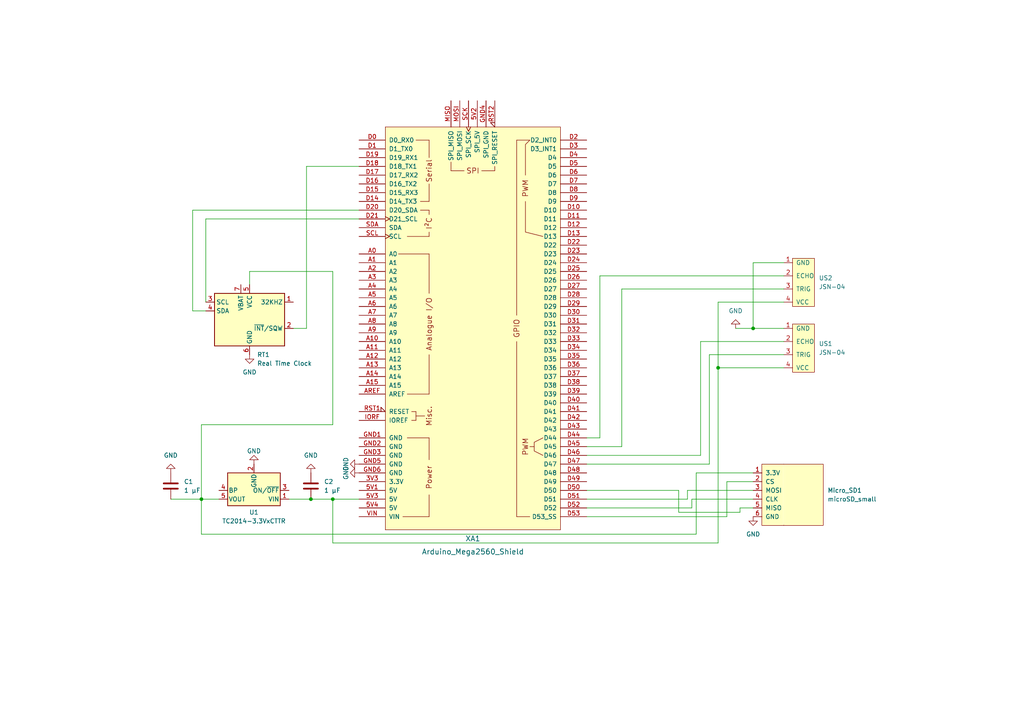
<source format=kicad_sch>
(kicad_sch (version 20230121) (generator eeschema)
  (paper "A4")
  (lib_symbols
    (symbol "ARTS-Lab:HCSR04" (pin_names (offset 1.016))
      (property "Reference" "Ultrasonic_sensor" (at 0 2.54 0))
      (property "Value" "HCSR04" (at 0 3.81 0))
      (symbol "HCSR04_0_1"
        (rectangle (start -7.62 1.27) (end 6.35 -5.08) (fill (type background)))
      )
      (symbol "HCSR04_1_1"
        (pin passive line (at -6.35 -7.62 90) (length 2.54) (name "GND") (number "1"))
        (pin passive line (at -2.54 -7.62 90) (length 2.54) (name "ECHO") (number "2"))
        (pin passive line (at 1.27 -7.62 90) (length 2.54) (name "TRIG") (number "3"))
        (pin passive line (at 5.08 -7.62 90) (length 2.54) (name "VCC") (number "4"))
      )
    )
    (symbol "ARTS-Lab:microSD_small" (pin_names (offset 1.016))
      (property "Reference" "Micro_SD" (at 0 -7.62 0))
      (property "Value" "microSD_small" (at 0 -3.81 0))
      (symbol "microSD_small_0_1"
        (polyline (pts (xy -8.89 -11.43) (xy -8.89 -17.78) (xy 8.89 -17.78) (xy 8.89 -11.43)) (fill (type background)))
        (polyline (pts (xy -8.89 -11.43) (xy -8.89 0) (xy 8.89 0) (xy 8.89 -11.43)) (fill (type background)))
      )
      (symbol "microSD_small_1_1"
        (pin input line (at -6.35 -20.32 90) (length 2.54) (name "3.3V") (number "1"))
        (pin input line (at -3.81 -20.32 90) (length 2.54) (name "CS") (number "2"))
        (pin input line (at -1.27 -20.32 90) (length 2.54) (name "MOSI") (number "3"))
        (pin input line (at 1.27 -20.32 90) (length 2.54) (name "CLK") (number "4"))
        (pin input line (at 3.81 -20.32 90) (length 2.54) (name "MISO") (number "5"))
        (pin input line (at 6.35 -20.32 90) (length 2.54) (name "GND") (number "6"))
      )
    )
    (symbol "Arduino_Boards:Arduino_Mega2560_Shield" (pin_names (offset 1.016))
      (property "Reference" "XA" (at 2.54 0 90))
      (property "Value" "Arduino_Mega2560_Shield" (at -2.54 0 90))
      (symbol "Arduino_Mega2560_Shield_0_0"
        (rectangle (start -25.4 -58.42) (end 25.4 58.42) (fill (type background)))
        (rectangle (start -20.32 -54.61) (end -12.7 -54.61))
        (rectangle (start -19.05 -31.75) (end -12.7 -31.75))
        (rectangle (start -19.05 -19.05) (end -12.7 -19.05))
        (rectangle (start -19.05 26.67) (end -12.7 26.67))
        (rectangle (start -17.78 -26.67) (end -16.51 -26.67))
        (rectangle (start -17.78 -24.13) (end -16.51 -24.13))
        (rectangle (start -16.51 -25.4) (end -13.97 -25.4))
        (rectangle (start -16.51 -24.13) (end -16.51 -26.67))
        (rectangle (start -16.51 54.61) (end -12.7 54.61))
        (rectangle (start -15.24 34.29) (end -12.7 34.29))
        (rectangle (start -15.24 36.83) (end -12.7 36.83))
        (rectangle (start -12.7 -54.61) (end -12.7 -48.26))
        (rectangle (start -12.7 -31.75) (end -12.7 -38.1))
        (rectangle (start -12.7 26.67) (end -12.7 27.94))
        (rectangle (start -12.7 34.29) (end -12.7 33.02))
        (rectangle (start -12.7 41.91) (end -12.7 36.83))
        (rectangle (start -12.7 49.53) (end -12.7 54.61))
        (rectangle (start -6.35 48.26) (end -6.35 45.72))
        (rectangle (start -2.54 45.72) (end -6.35 45.72))
        (polyline (pts (xy -21.59 21.59) (xy -12.7 21.59)))
        (polyline (pts (xy -12.7 -19.05) (xy -12.7 -7.62)))
        (polyline (pts (xy -12.7 10.16) (xy -12.7 21.59)))
        (polyline (pts (xy 12.7 -54.61) (xy 16.51 -54.61)))
        (polyline (pts (xy 12.7 54.61) (xy 16.51 54.61)))
        (polyline (pts (xy 17.78 -34.29) (xy 16.51 -34.29)))
        (polyline (pts (xy 15.24 36.83) (xy 15.24 27.94) (xy 20.32 26.67)))
        (polyline (pts (xy 15.24 44.45) (xy 15.24 53.34) (xy 16.51 54.61)))
        (polyline (pts (xy 20.32 -31.75) (xy 17.78 -33.02) (xy 17.78 -35.56) (xy 20.32 -36.83)))
        (rectangle (start 6.35 45.72) (end 2.54 45.72))
        (rectangle (start 6.35 46.99) (end 6.35 45.72))
        (text "Analogue I/O" (at -12.7 1.27 900) (effects (font (size 1.524 1.524))))
        (text "I²C" (at -12.7 30.48 900) (effects (font (size 1.524 1.524))))
        (text "Misc." (at -12.7 -25.4 900) (effects (font (size 1.524 1.524))))
        (text "Power" (at -12.7 -43.18 900) (effects (font (size 1.524 1.524))))
        (text "PWM" (at 15.24 -34.29 900) (effects (font (size 1.524 1.524))))
        (text "PWM" (at 15.24 40.64 900) (effects (font (size 1.524 1.524))))
        (text "Serial" (at -12.7 45.72 900) (effects (font (size 1.524 1.524))))
        (text "SPI" (at 0 45.72 0) (effects (font (size 1.524 1.524))))
      )
      (symbol "Arduino_Mega2560_Shield_1_0"
        (rectangle (start 12.7 -54.61) (end 12.7 -3.81))
        (rectangle (start 12.7 54.61) (end 12.7 3.81))
        (text "GPIO" (at 12.7 0 900) (effects (font (size 1.524 1.524))))
      )
      (symbol "Arduino_Mega2560_Shield_1_1"
        (pin power_in line (at -33.02 -44.45 0) (length 7.62) (name "3.3V") (number "3V3"))
        (pin power_in line (at -33.02 -46.99 0) (length 7.62) (name "5V") (number "5V1"))
        (pin power_in line (at 1.27 66.04 270) (length 7.62) (name "SPI_5V") (number "5V2"))
        (pin power_in line (at -33.02 -49.53 0) (length 7.62) (name "5V") (number "5V3"))
        (pin power_in line (at -33.02 -52.07 0) (length 7.62) (name "5V") (number "5V4"))
        (pin bidirectional line (at -33.02 21.59 0) (length 7.62) (name "A0") (number "A0"))
        (pin bidirectional line (at -33.02 19.05 0) (length 7.62) (name "A1") (number "A1"))
        (pin bidirectional line (at -33.02 -3.81 0) (length 7.62) (name "A10") (number "A10"))
        (pin bidirectional line (at -33.02 -6.35 0) (length 7.62) (name "A11") (number "A11"))
        (pin bidirectional line (at -33.02 -8.89 0) (length 7.62) (name "A12") (number "A12"))
        (pin bidirectional line (at -33.02 -11.43 0) (length 7.62) (name "A13") (number "A13"))
        (pin bidirectional line (at -33.02 -13.97 0) (length 7.62) (name "A14") (number "A14"))
        (pin bidirectional line (at -33.02 -16.51 0) (length 7.62) (name "A15") (number "A15"))
        (pin bidirectional line (at -33.02 16.51 0) (length 7.62) (name "A2") (number "A2"))
        (pin bidirectional line (at -33.02 13.97 0) (length 7.62) (name "A3") (number "A3"))
        (pin bidirectional line (at -33.02 11.43 0) (length 7.62) (name "A4") (number "A4"))
        (pin bidirectional line (at -33.02 8.89 0) (length 7.62) (name "A5") (number "A5"))
        (pin bidirectional line (at -33.02 6.35 0) (length 7.62) (name "A6") (number "A6"))
        (pin bidirectional line (at -33.02 3.81 0) (length 7.62) (name "A7") (number "A7"))
        (pin bidirectional line (at -33.02 1.27 0) (length 7.62) (name "A8") (number "A8"))
        (pin bidirectional line (at -33.02 -1.27 0) (length 7.62) (name "A9") (number "A9"))
        (pin input line (at -33.02 -19.05 0) (length 7.62) (name "AREF") (number "AREF"))
        (pin bidirectional line (at -33.02 54.61 0) (length 7.62) (name "D0_RX0") (number "D0"))
        (pin bidirectional line (at -33.02 52.07 0) (length 7.62) (name "D1_TX0") (number "D1"))
        (pin bidirectional line (at 33.02 34.29 180) (length 7.62) (name "D10") (number "D10"))
        (pin bidirectional line (at 33.02 31.75 180) (length 7.62) (name "D11") (number "D11"))
        (pin bidirectional line (at 33.02 29.21 180) (length 7.62) (name "D12") (number "D12"))
        (pin bidirectional line (at 33.02 26.67 180) (length 7.62) (name "D13") (number "D13"))
        (pin bidirectional line (at -33.02 36.83 0) (length 7.62) (name "D14_TX3") (number "D14"))
        (pin bidirectional line (at -33.02 39.37 0) (length 7.62) (name "D15_RX3") (number "D15"))
        (pin bidirectional line (at -33.02 41.91 0) (length 7.62) (name "D16_TX2") (number "D16"))
        (pin bidirectional line (at -33.02 44.45 0) (length 7.62) (name "D17_RX2") (number "D17"))
        (pin bidirectional line (at -33.02 46.99 0) (length 7.62) (name "D18_TX1") (number "D18"))
        (pin bidirectional line (at -33.02 49.53 0) (length 7.62) (name "D19_RX1") (number "D19"))
        (pin bidirectional line (at 33.02 54.61 180) (length 7.62) (name "D2_INT0") (number "D2"))
        (pin bidirectional line (at -33.02 34.29 0) (length 7.62) (name "D20_SDA") (number "D20"))
        (pin bidirectional clock (at -33.02 31.75 0) (length 7.62) (name "D21_SCL") (number "D21"))
        (pin bidirectional line (at 33.02 24.13 180) (length 7.62) (name "D22") (number "D22"))
        (pin bidirectional line (at 33.02 21.59 180) (length 7.62) (name "D23") (number "D23"))
        (pin bidirectional line (at 33.02 19.05 180) (length 7.62) (name "D24") (number "D24"))
        (pin bidirectional line (at 33.02 16.51 180) (length 7.62) (name "D25") (number "D25"))
        (pin bidirectional line (at 33.02 13.97 180) (length 7.62) (name "D26") (number "D26"))
        (pin bidirectional line (at 33.02 11.43 180) (length 7.62) (name "D27") (number "D27"))
        (pin bidirectional line (at 33.02 8.89 180) (length 7.62) (name "D28") (number "D28"))
        (pin bidirectional line (at 33.02 6.35 180) (length 7.62) (name "D29") (number "D29"))
        (pin bidirectional line (at 33.02 52.07 180) (length 7.62) (name "D3_INT1") (number "D3"))
        (pin bidirectional line (at 33.02 3.81 180) (length 7.62) (name "D30") (number "D30"))
        (pin bidirectional line (at 33.02 1.27 180) (length 7.62) (name "D31") (number "D31"))
        (pin bidirectional line (at 33.02 -1.27 180) (length 7.62) (name "D32") (number "D32"))
        (pin bidirectional line (at 33.02 -3.81 180) (length 7.62) (name "D33") (number "D33"))
        (pin bidirectional line (at 33.02 -6.35 180) (length 7.62) (name "D34") (number "D34"))
        (pin bidirectional line (at 33.02 -8.89 180) (length 7.62) (name "D35") (number "D35"))
        (pin bidirectional line (at 33.02 -11.43 180) (length 7.62) (name "D36") (number "D36"))
        (pin bidirectional line (at 33.02 -13.97 180) (length 7.62) (name "D37") (number "D37"))
        (pin bidirectional line (at 33.02 -16.51 180) (length 7.62) (name "D38") (number "D38"))
        (pin bidirectional line (at 33.02 -19.05 180) (length 7.62) (name "D39") (number "D39"))
        (pin bidirectional line (at 33.02 49.53 180) (length 7.62) (name "D4") (number "D4"))
        (pin bidirectional line (at 33.02 -21.59 180) (length 7.62) (name "D40") (number "D40"))
        (pin bidirectional line (at 33.02 -24.13 180) (length 7.62) (name "D41") (number "D41"))
        (pin bidirectional line (at 33.02 -26.67 180) (length 7.62) (name "D42") (number "D42"))
        (pin bidirectional line (at 33.02 -29.21 180) (length 7.62) (name "D43") (number "D43"))
        (pin bidirectional line (at 33.02 -31.75 180) (length 7.62) (name "D44") (number "D44"))
        (pin bidirectional line (at 33.02 -34.29 180) (length 7.62) (name "D45") (number "D45"))
        (pin bidirectional line (at 33.02 -36.83 180) (length 7.62) (name "D46") (number "D46"))
        (pin bidirectional line (at 33.02 -39.37 180) (length 7.62) (name "D47") (number "D47"))
        (pin bidirectional line (at 33.02 -41.91 180) (length 7.62) (name "D48") (number "D48"))
        (pin bidirectional line (at 33.02 -44.45 180) (length 7.62) (name "D49") (number "D49"))
        (pin bidirectional line (at 33.02 46.99 180) (length 7.62) (name "D5") (number "D5"))
        (pin bidirectional line (at 33.02 -46.99 180) (length 7.62) (name "D50") (number "D50"))
        (pin bidirectional line (at 33.02 -49.53 180) (length 7.62) (name "D51") (number "D51"))
        (pin bidirectional line (at 33.02 -52.07 180) (length 7.62) (name "D52") (number "D52"))
        (pin bidirectional line (at 33.02 -54.61 180) (length 7.62) (name "D53_SS") (number "D53"))
        (pin bidirectional line (at 33.02 44.45 180) (length 7.62) (name "D6") (number "D6"))
        (pin bidirectional line (at 33.02 41.91 180) (length 7.62) (name "D7") (number "D7"))
        (pin bidirectional line (at 33.02 39.37 180) (length 7.62) (name "D8") (number "D8"))
        (pin bidirectional line (at 33.02 36.83 180) (length 7.62) (name "D9") (number "D9"))
        (pin power_in line (at -33.02 -31.75 0) (length 7.62) (name "GND") (number "GND1"))
        (pin power_in line (at -33.02 -34.29 0) (length 7.62) (name "GND") (number "GND2"))
        (pin power_in line (at -33.02 -36.83 0) (length 7.62) (name "GND") (number "GND3"))
        (pin power_in line (at 3.81 66.04 270) (length 7.62) (name "SPI_GND") (number "GND4"))
        (pin power_in line (at -33.02 -39.37 0) (length 7.62) (name "GND") (number "GND5"))
        (pin power_in line (at -33.02 -41.91 0) (length 7.62) (name "GND") (number "GND6"))
        (pin output line (at -33.02 -26.67 0) (length 7.62) (name "IOREF") (number "IORF"))
        (pin input line (at -6.35 66.04 270) (length 7.62) (name "SPI_MISO") (number "MISO"))
        (pin output line (at -3.81 66.04 270) (length 7.62) (name "SPI_MOSI") (number "MOSI"))
        (pin open_collector input_low (at -33.02 -24.13 0) (length 7.62) (name "RESET") (number "RST1"))
        (pin open_collector input_low (at 6.35 66.04 270) (length 7.62) (name "SPI_RESET") (number "RST2"))
        (pin output clock (at -1.27 66.04 270) (length 7.62) (name "SPI_SCK") (number "SCK"))
        (pin bidirectional clock (at -33.02 26.67 0) (length 7.62) (name "SCL") (number "SCL"))
        (pin bidirectional line (at -33.02 29.21 0) (length 7.62) (name "SDA") (number "SDA"))
        (pin power_in line (at -33.02 -54.61 0) (length 7.62) (name "VIN") (number "VIN"))
      )
    )
    (symbol "Device:C" (pin_numbers hide) (pin_names (offset 0.254))
      (property "Reference" "C" (at 0.635 2.54 0))
      (property "Value" "C" (at 0.635 -2.54 0))
      (symbol "C_0_1"
        (polyline (pts (xy -2.032 -0.762) (xy 2.032 -0.762)) (stroke (width 0.508)))
        (polyline (pts (xy -2.032 0.762) (xy 2.032 0.762)) (stroke (width 0.508)))
      )
      (symbol "C_1_1"
        (pin passive line (at 0 3.81 270) (length 2.794) (name "~") (number "1"))
        (pin passive line (at 0 -3.81 90) (length 2.794) (name "~") (number "2"))
      )
    )
    (symbol "GND_1" (power) (pin_names (offset 0))
      (property "Value" "GND_1" (at 0 -3.81 0))
      (symbol "GND_1_0_1"
        (polyline (pts (xy 0 0) (xy 0 -1.27) (xy 1.27 -1.27) (xy 0 -2.54) (xy -1.27 -1.27) (xy 0 -1.27)))
      )
      (symbol "GND_1_1_1"
        (pin power_in line (at 0 0 270) (length 0) hide (name "GND") (number "1"))
      )
    )
    (symbol "RTC Breakout Module:DS3232M"
      (property "Reference" "U" (at -7.62 8.89 0))
      (property "Value" "DS3232M" (at 10.16 8.89 0))
      (symbol "DS3232M_0_1"
        (rectangle (start -10.16 7.62) (end 10.16 -7.62) (stroke (width 0.254)) (fill (type background)))
      )
      (symbol "DS3232M_1_1"
        (pin output line (at 12.7 5.08 180) (length 2.54) (name "32KHZ") (number "1"))
        (pin open_collector line (at 12.7 -2.54 180) (length 2.54) (name "~{INT}/SQW") (number "2"))
        (pin input line (at -12.7 5.08 0) (length 2.54) (name "SCL") (number "3"))
        (pin bidirectional line (at -12.7 2.54 0) (length 2.54) (name "SDA") (number "4"))
        (pin power_in line (at 0 10.16 270) (length 2.54) (name "VCC") (number "5"))
        (pin power_in line (at 0 -10.16 90) (length 2.54) (name "GND") (number "6"))
        (pin power_in line (at -2.54 10.16 270) (length 2.54) (name "VBAT") (number "7"))
      )
    )
    (symbol "Regulator_Linear:TC2014-3.3VxCTTR" (pin_names (offset 0.254))
      (property "Reference" "U" (at -6.35 5.715 0))
      (property "Value" "TC2014-3.3VxCTTR" (at 0 5.715 0))
      (symbol "TC2014-3.3VxCTTR_0_1"
        (rectangle (start -7.62 -5.08) (end 7.62 4.445) (stroke (width 0.254)) (fill (type background)))
      )
      (symbol "TC2014-3.3VxCTTR_1_1"
        (pin power_in line (at -10.16 2.54 0) (length 2.54) (name "VIN") (number "1"))
        (pin power_in line (at 0 -7.62 90) (length 2.54) (name "GND") (number "2"))
        (pin input line (at -10.16 0 0) (length 2.54) (name "ON/~{OFF}") (number "3"))
        (pin input line (at 10.16 0 180) (length 2.54) (name "BP") (number "4"))
        (pin power_out line (at 10.16 2.54 180) (length 2.54) (name "VOUT") (number "5"))
      )
    )
    (symbol "power:GND" (power) (pin_names (offset 0))
      (property "Value" "GND" (at 0 -3.81 0))
      (symbol "GND_0_1"
        (polyline (pts (xy 0 0) (xy 0 -1.27) (xy 1.27 -1.27) (xy 0 -2.54) (xy -1.27 -1.27) (xy 0 -1.27)))
      )
      (symbol "GND_1_1"
        (pin power_in line (at 0 0 270) (length 0) hide (name "GND") (number "1"))
      )
    )
  )
  (junction (at 218.44 95.25))
  (junction (at 58.42 144.78))
  (junction (at 208.28 106.68))
  (junction (at 96.52 144.78))
  (junction (at 90.17 144.78))
  (wire (pts (xy 58.42 123.19) (xy 58.42 144.78)))
  (wire (pts (xy 203.2 99.06) (xy 203.2 132.08)))
  (wire (pts (xy 196.85 142.24) (xy 196.85 148.59)))
  (wire (pts (xy 59.69 63.5) (xy 104.14 63.5)))
  (wire (pts (xy 59.69 63.5) (xy 59.69 87.63)))
  (wire (pts (xy 88.9 95.25) (xy 88.9 48.26)))
  (wire (pts (xy 170.18 147.32) (xy 200.66 147.32)))
  (wire (pts (xy 203.2 132.08) (xy 170.18 132.08)))
  (wire (pts (xy 90.17 144.78) (xy 96.52 144.78)))
  (wire (pts (xy 199.39 142.24) (xy 218.44 142.24)))
  (wire (pts (xy 227.33 99.06) (xy 203.2 99.06)))
  (wire (pts (xy 214.63 148.59) (xy 214.63 147.32)))
  (wire (pts (xy 213.36 95.25) (xy 218.44 95.25)))
  (wire (pts (xy 218.44 76.2) (xy 218.44 95.25)))
  (wire (pts (xy 55.88 60.96) (xy 55.88 90.17)))
  (wire (pts (xy 205.74 134.62) (xy 170.18 134.62)))
  (wire (pts (xy 55.88 90.17) (xy 59.69 90.17)))
  (wire (pts (xy 196.85 148.59) (xy 214.63 148.59)))
  (wire (pts (xy 214.63 147.32) (xy 218.44 147.32)))
  (wire (pts (xy 170.18 149.86) (xy 210.82 149.86)))
  (wire (pts (xy 72.39 78.74) (xy 72.39 82.55)))
  (wire (pts (xy 210.82 149.86) (xy 210.82 139.7)))
  (wire (pts (xy 205.74 102.87) (xy 205.74 134.62)))
  (wire (pts (xy 227.33 102.87) (xy 205.74 102.87)))
  (wire (pts (xy 201.93 154.94) (xy 58.42 154.94)))
  (wire (pts (xy 208.28 106.68) (xy 227.33 106.68)))
  (wire (pts (xy 227.33 83.82) (xy 180.34 83.82)))
  (wire (pts (xy 170.18 142.24) (xy 196.85 142.24)))
  (wire (pts (xy 170.18 144.78) (xy 199.39 144.78)))
  (wire (pts (xy 208.28 157.48) (xy 208.28 106.68)))
  (wire (pts (xy 55.88 60.96) (xy 104.14 60.96)))
  (wire (pts (xy 173.99 80.01) (xy 173.99 127)))
  (wire (pts (xy 180.34 83.82) (xy 180.34 129.54)))
  (wire (pts (xy 173.99 127) (xy 170.18 127)))
  (wire (pts (xy 199.39 144.78) (xy 199.39 142.24)))
  (wire (pts (xy 218.44 95.25) (xy 227.33 95.25)))
  (wire (pts (xy 180.34 129.54) (xy 170.18 129.54)))
  (wire (pts (xy 227.33 87.63) (xy 208.28 87.63)))
  (wire (pts (xy 96.52 123.19) (xy 58.42 123.19)))
  (wire (pts (xy 96.52 144.78) (xy 96.52 157.48)))
  (wire (pts (xy 96.52 78.74) (xy 96.52 123.19)))
  (wire (pts (xy 210.82 139.7) (xy 218.44 139.7)))
  (wire (pts (xy 218.44 137.16) (xy 201.93 137.16)))
  (wire (pts (xy 96.52 157.48) (xy 208.28 157.48)))
  (wire (pts (xy 58.42 144.78) (xy 58.42 154.94)))
  (wire (pts (xy 49.53 144.78) (xy 58.42 144.78)))
  (wire (pts (xy 72.39 78.74) (xy 96.52 78.74)))
  (wire (pts (xy 85.09 95.25) (xy 88.9 95.25)))
  (wire (pts (xy 218.44 76.2) (xy 227.33 76.2)))
  (wire (pts (xy 88.9 48.26) (xy 104.14 48.26)))
  (wire (pts (xy 83.82 144.78) (xy 90.17 144.78)))
  (wire (pts (xy 200.66 147.32) (xy 200.66 144.78)))
  (wire (pts (xy 227.33 80.01) (xy 173.99 80.01)))
  (wire (pts (xy 201.93 137.16) (xy 201.93 154.94)))
  (wire (pts (xy 200.66 144.78) (xy 218.44 144.78)))
  (wire (pts (xy 96.52 144.78) (xy 104.14 144.78)))
  (wire (pts (xy 208.28 87.63) (xy 208.28 106.68)))
  (wire (pts (xy 58.42 144.78) (xy 63.5 144.78)))
  (symbol (lib_id "power:GND") (at 73.66 134.62 180) (unit 1)
    (property "Reference" "#PWR05" (effects hide))
    (property "Value" "GND" (at 73.66 130.81 0))
  )
  (symbol (lib_id "Device:C") (at 49.53 140.97 0) (unit 1)
    (property "Reference" "C1" (at 53.34 139.6999 0) (effects (justify left)))
    (property "Value" "1 µF" (at 53.34 142.2399 0) (effects (justify left)))
    (property "Footprint" "Capacitor_SMD:C_1206_3216Metric" (effects hide))
    (property "Datasheet" "https://mm.digikey.com/Volume0/opasdata/d220001/medias/docus/503/CL31B105KBHNNNE_Char.pdf" (effects hide))
  )
  (symbol (lib_name "GND_1") (lib_id "power:GND") (at 72.39 102.87 0) (unit 1)
    (property "Reference" "#PWR02" (effects hide))
    (property "Value" "GND" (at 72.39 107.95 0))
  )
  (symbol (lib_id "power:GND") (at 218.44 149.86 0) (unit 1)
    (property "Reference" "#PWR010" (effects hide))
    (property "Value" "GND" (at 218.44 154.94 0))
  )
  (symbol (lib_id "ARTS-Lab:HCSR04") (at 234.95 101.6 270) (unit 1)
    (property "Reference" "US1" (at 237.49 99.6949 90) (effects (justify left)))
    (property "Value" "JSN-04" (at 237.49 102.2349 90) (effects (justify left)))
    (property "Footprint" "Connector_PinSocket_2.54mm:PinSocket_1x04_P2.54mm_Vertical" (effects hide))
    (property "Datasheet" "https://www.amazon.com/Integrated-Transducer-Ultrasonic-Waterproof-JSN-SR04T-V3-0/dp/B0C73XZRFQ/ref=sr_1_1?dib=eyJ2IjoiMSJ9.CcGF7zhYu5UTRvPHSp0fKw.b_M9nUTeMx9PCjV7ni0vM5BVvQIfTn5J5e64L5-9o8s&dib_tag=se&keywords=B0C73XZRFQ&qid=1715352274&sr=8-1" (effects hide))
  )
  (symbol (lib_id "power:GND") (at 104.14 134.62 270) (unit 1)
    (property "Reference" "#PWR08" (effects hide))
    (property "Value" "GND" (at 100.33 134.62 0))
  )
  (symbol (lib_id "Device:C") (at 90.17 140.97 0) (unit 1)
    (property "Reference" "C2" (at 93.98 139.6999 0) (effects (justify left)))
    (property "Value" "1 µF" (at 93.98 142.2399 0) (effects (justify left)))
    (property "Footprint" "Capacitor_SMD:C_1206_3216Metric" (effects hide))
    (property "Datasheet" "https://mm.digikey.com/Volume0/opasdata/d220001/medias/docus/503/CL31B105KBHNNNE_Char.pdf" (effects hide))
  )
  (symbol (lib_id "Regulator_Linear:TC2014-3.3VxCTTR") (at 73.66 142.24 180) (unit 1)
    (property "Reference" "U1" (at 73.66 148.59 0))
    (property "Value" "TC2014-3.3VxCTTR" (at 73.66 151.13 0))
    (property "Footprint" "Package_TO_SOT_SMD:SOT-23-5" (effects hide))
    (property "Datasheet" "http://ww1.microchip.com/downloads/en/DeviceDoc/21662F.pdf" (effects hide))
  )
  (symbol (lib_id "Arduino_Boards:Arduino_Mega2560_Shield") (at 137.16 95.25 0) (unit 1)
    (property "Reference" "XA1" (at 137.16 156.21 0) (effects (font (size 1.524 1.524))))
    (property "Value" "Arduino_Mega2560_Shield" (at 137.16 160.02 0) (effects (font (size 1.524 1.524))))
    (property "Footprint" "PCM_arduino-library:Arduino_Mega2560_R3_Shield" (effects hide))
    (property "Datasheet" "https://store.arduino.cc/arduino-mega-2560-rev3" (effects hide))
  )
  (symbol (lib_id "power:GND") (at 49.53 137.16 180) (unit 1)
    (property "Reference" "#PWR01" (effects hide))
    (property "Value" "GND" (at 49.53 132.08 0))
  )
  (symbol (lib_id "power:GND") (at 213.36 95.25 180) (unit 1)
    (property "Reference" "#PWR011" (effects hide))
    (property "Value" "GND" (at 213.36 90.17 0))
  )
  (symbol (lib_id "power:GND") (at 104.14 137.16 270) (unit 1)
    (property "Reference" "#PWR09" (effects hide))
    (property "Value" "GND" (at 100.33 137.16 0))
  )
  (symbol (lib_id "ARTS-Lab:HCSR04") (at 234.95 82.55 270) (unit 1)
    (property "Reference" "US2" (at 237.49 80.6449 90) (effects (justify left)))
    (property "Value" "JSN-04" (at 237.49 83.1849 90) (effects (justify left)))
    (property "Footprint" "Connector_PinSocket_2.54mm:PinSocket_1x04_P2.54mm_Vertical" (effects hide))
    (property "Datasheet" "https://www.amazon.com/Integrated-Transducer-Ultrasonic-Waterproof-JSN-SR04T-V3-0/dp/B0C73XZRFQ/ref=sr_1_1?dib=eyJ2IjoiMSJ9.CcGF7zhYu5UTRvPHSp0fKw.b_M9nUTeMx9PCjV7ni0vM5BVvQIfTn5J5e64L5-9o8s&dib_tag=se&keywords=B0C73XZRFQ&qid=1715352274&sr=8-1" (effects hide))
  )
  (symbol (lib_id "ARTS-Lab:microSD_small") (at 238.76 143.51 270) (unit 1)
    (property "Reference" "Micro_SD1" (at 240.03 142.2399 90) (effects (justify left)))
    (property "Value" "microSD_small" (at 240.03 144.7799 90) (effects (justify left)))
    (property "Footprint" "Connector_PinSocket_2.54mm:PinSocket_1x06_P2.54mm_Vertical" (effects hide))
  )
  (symbol (lib_id "power:GND") (at 90.17 137.16 180) (unit 1)
    (property "Reference" "#PWR07" (effects hide))
    (property "Value" "GND" (at 90.17 132.08 0))
  )
  (symbol (lib_id "RTC Breakout Module:DS3232M") (at 72.39 92.71 0) (unit 1)
    (property "Reference" "RT1" (at 74.5841 102.87 0) (effects (justify left)))
    (property "Value" "Real Time Clock" (at 74.5841 105.41 0) (effects (justify left)))
    (property "Footprint" "Connector_PinSocket_2.54mm:PinSocket_1x06_P2.54mm_Vertical" (effects hide))
    (property "Datasheet" "https://www.amazon.com/AOICRIE-AT24C32-Arduino-Without-Battery/dp/B08XQ8TT7Z" (effects hide))
  )
)
</source>
